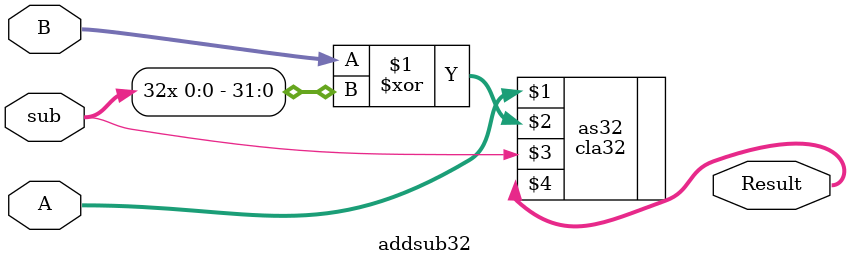
<source format=v>
`timescale 1ns / 1ps
module addsub32(
	input [31:0] A,
	input [31:0] B,
	input 		 sub,
	output [31:0] Result
    );
	cla32 as32(A,B^{32{sub}},sub,Result);
endmodule

</source>
